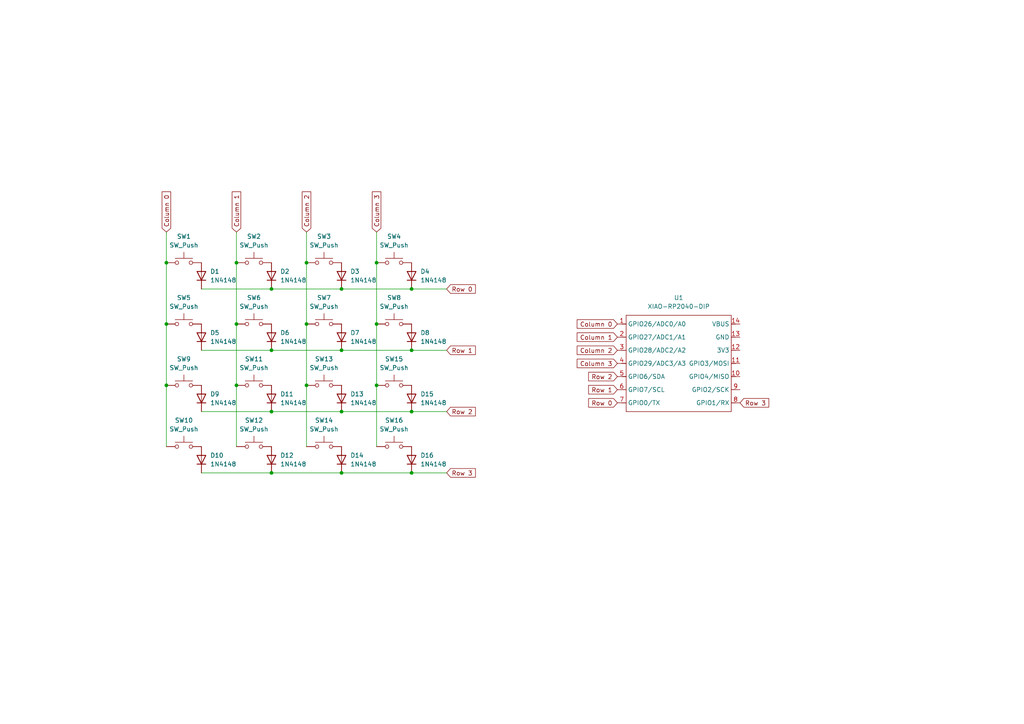
<source format=kicad_sch>
(kicad_sch
	(version 20250114)
	(generator "eeschema")
	(generator_version "9.0")
	(uuid "f708a503-fdab-4dd3-a9ba-e35752a42627")
	(paper "A4")
	(lib_symbols
		(symbol "Diode:1N4148"
			(pin_numbers
				(hide yes)
			)
			(pin_names
				(hide yes)
			)
			(exclude_from_sim no)
			(in_bom yes)
			(on_board yes)
			(property "Reference" "D"
				(at 0 2.54 0)
				(effects
					(font
						(size 1.27 1.27)
					)
				)
			)
			(property "Value" "1N4148"
				(at 0 -2.54 0)
				(effects
					(font
						(size 1.27 1.27)
					)
				)
			)
			(property "Footprint" "Diode_THT:D_DO-35_SOD27_P7.62mm_Horizontal"
				(at 0 0 0)
				(effects
					(font
						(size 1.27 1.27)
					)
					(hide yes)
				)
			)
			(property "Datasheet" "https://assets.nexperia.com/documents/data-sheet/1N4148_1N4448.pdf"
				(at 0 0 0)
				(effects
					(font
						(size 1.27 1.27)
					)
					(hide yes)
				)
			)
			(property "Description" "100V 0.15A standard switching diode, DO-35"
				(at 0 0 0)
				(effects
					(font
						(size 1.27 1.27)
					)
					(hide yes)
				)
			)
			(property "Sim.Device" "D"
				(at 0 0 0)
				(effects
					(font
						(size 1.27 1.27)
					)
					(hide yes)
				)
			)
			(property "Sim.Pins" "1=K 2=A"
				(at 0 0 0)
				(effects
					(font
						(size 1.27 1.27)
					)
					(hide yes)
				)
			)
			(property "ki_keywords" "diode"
				(at 0 0 0)
				(effects
					(font
						(size 1.27 1.27)
					)
					(hide yes)
				)
			)
			(property "ki_fp_filters" "D*DO?35*"
				(at 0 0 0)
				(effects
					(font
						(size 1.27 1.27)
					)
					(hide yes)
				)
			)
			(symbol "1N4148_0_1"
				(polyline
					(pts
						(xy -1.27 1.27) (xy -1.27 -1.27)
					)
					(stroke
						(width 0.254)
						(type default)
					)
					(fill
						(type none)
					)
				)
				(polyline
					(pts
						(xy 1.27 1.27) (xy 1.27 -1.27) (xy -1.27 0) (xy 1.27 1.27)
					)
					(stroke
						(width 0.254)
						(type default)
					)
					(fill
						(type none)
					)
				)
				(polyline
					(pts
						(xy 1.27 0) (xy -1.27 0)
					)
					(stroke
						(width 0)
						(type default)
					)
					(fill
						(type none)
					)
				)
			)
			(symbol "1N4148_1_1"
				(pin passive line
					(at -3.81 0 0)
					(length 2.54)
					(name "K"
						(effects
							(font
								(size 1.27 1.27)
							)
						)
					)
					(number "1"
						(effects
							(font
								(size 1.27 1.27)
							)
						)
					)
				)
				(pin passive line
					(at 3.81 0 180)
					(length 2.54)
					(name "A"
						(effects
							(font
								(size 1.27 1.27)
							)
						)
					)
					(number "2"
						(effects
							(font
								(size 1.27 1.27)
							)
						)
					)
				)
			)
			(embedded_fonts no)
		)
		(symbol "OPL:XIAO-RP2040-DIP"
			(exclude_from_sim no)
			(in_bom yes)
			(on_board yes)
			(property "Reference" "U"
				(at 0 0 0)
				(effects
					(font
						(size 1.27 1.27)
					)
				)
			)
			(property "Value" "XIAO-RP2040-DIP"
				(at 5.334 -1.778 0)
				(effects
					(font
						(size 1.27 1.27)
					)
				)
			)
			(property "Footprint" "Module:MOUDLE14P-XIAO-DIP-SMD"
				(at 14.478 -32.258 0)
				(effects
					(font
						(size 1.27 1.27)
					)
					(hide yes)
				)
			)
			(property "Datasheet" ""
				(at 0 0 0)
				(effects
					(font
						(size 1.27 1.27)
					)
					(hide yes)
				)
			)
			(property "Description" ""
				(at 0 0 0)
				(effects
					(font
						(size 1.27 1.27)
					)
					(hide yes)
				)
			)
			(symbol "XIAO-RP2040-DIP_1_0"
				(polyline
					(pts
						(xy -1.27 -2.54) (xy 29.21 -2.54)
					)
					(stroke
						(width 0.1524)
						(type solid)
					)
					(fill
						(type none)
					)
				)
				(polyline
					(pts
						(xy -1.27 -5.08) (xy -2.54 -5.08)
					)
					(stroke
						(width 0.1524)
						(type solid)
					)
					(fill
						(type none)
					)
				)
				(polyline
					(pts
						(xy -1.27 -5.08) (xy -1.27 -2.54)
					)
					(stroke
						(width 0.1524)
						(type solid)
					)
					(fill
						(type none)
					)
				)
				(polyline
					(pts
						(xy -1.27 -8.89) (xy -2.54 -8.89)
					)
					(stroke
						(width 0.1524)
						(type solid)
					)
					(fill
						(type none)
					)
				)
				(polyline
					(pts
						(xy -1.27 -8.89) (xy -1.27 -5.08)
					)
					(stroke
						(width 0.1524)
						(type solid)
					)
					(fill
						(type none)
					)
				)
				(polyline
					(pts
						(xy -1.27 -12.7) (xy -2.54 -12.7)
					)
					(stroke
						(width 0.1524)
						(type solid)
					)
					(fill
						(type none)
					)
				)
				(polyline
					(pts
						(xy -1.27 -12.7) (xy -1.27 -8.89)
					)
					(stroke
						(width 0.1524)
						(type solid)
					)
					(fill
						(type none)
					)
				)
				(polyline
					(pts
						(xy -1.27 -16.51) (xy -2.54 -16.51)
					)
					(stroke
						(width 0.1524)
						(type solid)
					)
					(fill
						(type none)
					)
				)
				(polyline
					(pts
						(xy -1.27 -16.51) (xy -1.27 -12.7)
					)
					(stroke
						(width 0.1524)
						(type solid)
					)
					(fill
						(type none)
					)
				)
				(polyline
					(pts
						(xy -1.27 -20.32) (xy -2.54 -20.32)
					)
					(stroke
						(width 0.1524)
						(type solid)
					)
					(fill
						(type none)
					)
				)
				(polyline
					(pts
						(xy -1.27 -24.13) (xy -2.54 -24.13)
					)
					(stroke
						(width 0.1524)
						(type solid)
					)
					(fill
						(type none)
					)
				)
				(polyline
					(pts
						(xy -1.27 -27.94) (xy -2.54 -27.94)
					)
					(stroke
						(width 0.1524)
						(type solid)
					)
					(fill
						(type none)
					)
				)
				(polyline
					(pts
						(xy -1.27 -30.48) (xy -1.27 -16.51)
					)
					(stroke
						(width 0.1524)
						(type solid)
					)
					(fill
						(type none)
					)
				)
				(polyline
					(pts
						(xy 29.21 -2.54) (xy 29.21 -5.08)
					)
					(stroke
						(width 0.1524)
						(type solid)
					)
					(fill
						(type none)
					)
				)
				(polyline
					(pts
						(xy 29.21 -5.08) (xy 29.21 -8.89)
					)
					(stroke
						(width 0.1524)
						(type solid)
					)
					(fill
						(type none)
					)
				)
				(polyline
					(pts
						(xy 29.21 -8.89) (xy 29.21 -12.7)
					)
					(stroke
						(width 0.1524)
						(type solid)
					)
					(fill
						(type none)
					)
				)
				(polyline
					(pts
						(xy 29.21 -12.7) (xy 29.21 -30.48)
					)
					(stroke
						(width 0.1524)
						(type solid)
					)
					(fill
						(type none)
					)
				)
				(polyline
					(pts
						(xy 29.21 -30.48) (xy -1.27 -30.48)
					)
					(stroke
						(width 0.1524)
						(type solid)
					)
					(fill
						(type none)
					)
				)
				(polyline
					(pts
						(xy 30.48 -5.08) (xy 29.21 -5.08)
					)
					(stroke
						(width 0.1524)
						(type solid)
					)
					(fill
						(type none)
					)
				)
				(polyline
					(pts
						(xy 30.48 -8.89) (xy 29.21 -8.89)
					)
					(stroke
						(width 0.1524)
						(type solid)
					)
					(fill
						(type none)
					)
				)
				(polyline
					(pts
						(xy 30.48 -12.7) (xy 29.21 -12.7)
					)
					(stroke
						(width 0.1524)
						(type solid)
					)
					(fill
						(type none)
					)
				)
				(polyline
					(pts
						(xy 30.48 -16.51) (xy 29.21 -16.51)
					)
					(stroke
						(width 0.1524)
						(type solid)
					)
					(fill
						(type none)
					)
				)
				(polyline
					(pts
						(xy 30.48 -20.32) (xy 29.21 -20.32)
					)
					(stroke
						(width 0.1524)
						(type solid)
					)
					(fill
						(type none)
					)
				)
				(polyline
					(pts
						(xy 30.48 -24.13) (xy 29.21 -24.13)
					)
					(stroke
						(width 0.1524)
						(type solid)
					)
					(fill
						(type none)
					)
				)
				(polyline
					(pts
						(xy 30.48 -27.94) (xy 29.21 -27.94)
					)
					(stroke
						(width 0.1524)
						(type solid)
					)
					(fill
						(type none)
					)
				)
				(pin passive line
					(at -3.81 -5.08 0)
					(length 2.54)
					(name "GPIO26/ADC0/A0"
						(effects
							(font
								(size 1.27 1.27)
							)
						)
					)
					(number "1"
						(effects
							(font
								(size 1.27 1.27)
							)
						)
					)
				)
				(pin passive line
					(at -3.81 -8.89 0)
					(length 2.54)
					(name "GPIO27/ADC1/A1"
						(effects
							(font
								(size 1.27 1.27)
							)
						)
					)
					(number "2"
						(effects
							(font
								(size 1.27 1.27)
							)
						)
					)
				)
				(pin passive line
					(at -3.81 -12.7 0)
					(length 2.54)
					(name "GPIO28/ADC2/A2"
						(effects
							(font
								(size 1.27 1.27)
							)
						)
					)
					(number "3"
						(effects
							(font
								(size 1.27 1.27)
							)
						)
					)
				)
				(pin passive line
					(at -3.81 -16.51 0)
					(length 2.54)
					(name "GPIO29/ADC3/A3"
						(effects
							(font
								(size 1.27 1.27)
							)
						)
					)
					(number "4"
						(effects
							(font
								(size 1.27 1.27)
							)
						)
					)
				)
				(pin passive line
					(at -3.81 -20.32 0)
					(length 2.54)
					(name "GPIO6/SDA"
						(effects
							(font
								(size 1.27 1.27)
							)
						)
					)
					(number "5"
						(effects
							(font
								(size 1.27 1.27)
							)
						)
					)
				)
				(pin passive line
					(at -3.81 -24.13 0)
					(length 2.54)
					(name "GPIO7/SCL"
						(effects
							(font
								(size 1.27 1.27)
							)
						)
					)
					(number "6"
						(effects
							(font
								(size 1.27 1.27)
							)
						)
					)
				)
				(pin passive line
					(at -3.81 -27.94 0)
					(length 2.54)
					(name "GPIO0/TX"
						(effects
							(font
								(size 1.27 1.27)
							)
						)
					)
					(number "7"
						(effects
							(font
								(size 1.27 1.27)
							)
						)
					)
				)
				(pin passive line
					(at 31.75 -5.08 180)
					(length 2.54)
					(name "VBUS"
						(effects
							(font
								(size 1.27 1.27)
							)
						)
					)
					(number "14"
						(effects
							(font
								(size 1.27 1.27)
							)
						)
					)
				)
				(pin passive line
					(at 31.75 -8.89 180)
					(length 2.54)
					(name "GND"
						(effects
							(font
								(size 1.27 1.27)
							)
						)
					)
					(number "13"
						(effects
							(font
								(size 1.27 1.27)
							)
						)
					)
				)
				(pin passive line
					(at 31.75 -12.7 180)
					(length 2.54)
					(name "3V3"
						(effects
							(font
								(size 1.27 1.27)
							)
						)
					)
					(number "12"
						(effects
							(font
								(size 1.27 1.27)
							)
						)
					)
				)
				(pin passive line
					(at 31.75 -16.51 180)
					(length 2.54)
					(name "GPIO3/MOSI"
						(effects
							(font
								(size 1.27 1.27)
							)
						)
					)
					(number "11"
						(effects
							(font
								(size 1.27 1.27)
							)
						)
					)
				)
				(pin passive line
					(at 31.75 -20.32 180)
					(length 2.54)
					(name "GPIO4/MISO"
						(effects
							(font
								(size 1.27 1.27)
							)
						)
					)
					(number "10"
						(effects
							(font
								(size 1.27 1.27)
							)
						)
					)
				)
				(pin passive line
					(at 31.75 -24.13 180)
					(length 2.54)
					(name "GPIO2/SCK"
						(effects
							(font
								(size 1.27 1.27)
							)
						)
					)
					(number "9"
						(effects
							(font
								(size 1.27 1.27)
							)
						)
					)
				)
				(pin passive line
					(at 31.75 -27.94 180)
					(length 2.54)
					(name "GPIO1/RX"
						(effects
							(font
								(size 1.27 1.27)
							)
						)
					)
					(number "8"
						(effects
							(font
								(size 1.27 1.27)
							)
						)
					)
				)
			)
			(embedded_fonts no)
		)
		(symbol "Switch:SW_Push"
			(pin_numbers
				(hide yes)
			)
			(pin_names
				(offset 1.016)
				(hide yes)
			)
			(exclude_from_sim no)
			(in_bom yes)
			(on_board yes)
			(property "Reference" "SW"
				(at 1.27 2.54 0)
				(effects
					(font
						(size 1.27 1.27)
					)
					(justify left)
				)
			)
			(property "Value" "SW_Push"
				(at 0 -1.524 0)
				(effects
					(font
						(size 1.27 1.27)
					)
				)
			)
			(property "Footprint" ""
				(at 0 5.08 0)
				(effects
					(font
						(size 1.27 1.27)
					)
					(hide yes)
				)
			)
			(property "Datasheet" "~"
				(at 0 5.08 0)
				(effects
					(font
						(size 1.27 1.27)
					)
					(hide yes)
				)
			)
			(property "Description" "Push button switch, generic, two pins"
				(at 0 0 0)
				(effects
					(font
						(size 1.27 1.27)
					)
					(hide yes)
				)
			)
			(property "ki_keywords" "switch normally-open pushbutton push-button"
				(at 0 0 0)
				(effects
					(font
						(size 1.27 1.27)
					)
					(hide yes)
				)
			)
			(symbol "SW_Push_0_1"
				(circle
					(center -2.032 0)
					(radius 0.508)
					(stroke
						(width 0)
						(type default)
					)
					(fill
						(type none)
					)
				)
				(polyline
					(pts
						(xy 0 1.27) (xy 0 3.048)
					)
					(stroke
						(width 0)
						(type default)
					)
					(fill
						(type none)
					)
				)
				(circle
					(center 2.032 0)
					(radius 0.508)
					(stroke
						(width 0)
						(type default)
					)
					(fill
						(type none)
					)
				)
				(polyline
					(pts
						(xy 2.54 1.27) (xy -2.54 1.27)
					)
					(stroke
						(width 0)
						(type default)
					)
					(fill
						(type none)
					)
				)
				(pin passive line
					(at -5.08 0 0)
					(length 2.54)
					(name "1"
						(effects
							(font
								(size 1.27 1.27)
							)
						)
					)
					(number "1"
						(effects
							(font
								(size 1.27 1.27)
							)
						)
					)
				)
				(pin passive line
					(at 5.08 0 180)
					(length 2.54)
					(name "2"
						(effects
							(font
								(size 1.27 1.27)
							)
						)
					)
					(number "2"
						(effects
							(font
								(size 1.27 1.27)
							)
						)
					)
				)
			)
			(embedded_fonts no)
		)
	)
	(junction
		(at 99.06 83.82)
		(diameter 0)
		(color 0 0 0 0)
		(uuid "00e4338f-d0c5-479d-84cf-416cac81ce2d")
	)
	(junction
		(at 119.38 83.82)
		(diameter 0)
		(color 0 0 0 0)
		(uuid "111ca942-d275-4229-9d2e-4694f4f9131f")
	)
	(junction
		(at 68.58 93.98)
		(diameter 0)
		(color 0 0 0 0)
		(uuid "1f5a5fc2-c33e-41c1-b101-059b418724ae")
	)
	(junction
		(at 88.9 111.76)
		(diameter 0)
		(color 0 0 0 0)
		(uuid "259a4bc9-3082-46ef-b207-fc7bf31fd608")
	)
	(junction
		(at 119.38 137.16)
		(diameter 0)
		(color 0 0 0 0)
		(uuid "26eb8702-5272-4338-96aa-7edb07c5fc7f")
	)
	(junction
		(at 68.58 76.2)
		(diameter 0)
		(color 0 0 0 0)
		(uuid "32689f05-af0d-4d64-a885-4a95a7fdf062")
	)
	(junction
		(at 119.38 119.38)
		(diameter 0)
		(color 0 0 0 0)
		(uuid "37f83efb-214e-4c79-95c7-b300df9666c2")
	)
	(junction
		(at 99.06 119.38)
		(diameter 0)
		(color 0 0 0 0)
		(uuid "60dc6ba4-ed5a-467b-a057-8ca034d3a110")
	)
	(junction
		(at 99.06 101.6)
		(diameter 0)
		(color 0 0 0 0)
		(uuid "63ff2e41-a18b-46f9-8ceb-e7428d868d95")
	)
	(junction
		(at 48.26 76.2)
		(diameter 0)
		(color 0 0 0 0)
		(uuid "645847f6-3948-40d0-af83-463e7359f573")
	)
	(junction
		(at 48.26 111.76)
		(diameter 0)
		(color 0 0 0 0)
		(uuid "69ca57f5-779b-45f3-a22e-61a920622268")
	)
	(junction
		(at 109.22 111.76)
		(diameter 0)
		(color 0 0 0 0)
		(uuid "85a6659e-2df2-40d4-a84d-0546b201e9a3")
	)
	(junction
		(at 78.74 101.6)
		(diameter 0)
		(color 0 0 0 0)
		(uuid "a168ec13-3945-4918-9962-3b5326a6a3d9")
	)
	(junction
		(at 88.9 93.98)
		(diameter 0)
		(color 0 0 0 0)
		(uuid "b1114fc5-8541-4ec4-bf67-5eff76e83da1")
	)
	(junction
		(at 119.38 101.6)
		(diameter 0)
		(color 0 0 0 0)
		(uuid "b24bca29-fb39-4b7e-b819-cab7b2b7da4f")
	)
	(junction
		(at 109.22 76.2)
		(diameter 0)
		(color 0 0 0 0)
		(uuid "b6f4e391-3b48-4927-83e5-1f331f7ea259")
	)
	(junction
		(at 78.74 137.16)
		(diameter 0)
		(color 0 0 0 0)
		(uuid "bf88ef9f-34d2-44dc-a52a-659fdd4ffe80")
	)
	(junction
		(at 109.22 93.98)
		(diameter 0)
		(color 0 0 0 0)
		(uuid "c6619829-8cce-40df-a210-0a30d968f3d7")
	)
	(junction
		(at 68.58 111.76)
		(diameter 0)
		(color 0 0 0 0)
		(uuid "c8a93f4d-11d9-4fa1-90db-ebc5799bb807")
	)
	(junction
		(at 88.9 76.2)
		(diameter 0)
		(color 0 0 0 0)
		(uuid "d4f766fa-2190-4c15-b63b-109d303a17a0")
	)
	(junction
		(at 78.74 83.82)
		(diameter 0)
		(color 0 0 0 0)
		(uuid "d5b0a8ac-32f1-4029-b263-989bfeac8a41")
	)
	(junction
		(at 48.26 93.98)
		(diameter 0)
		(color 0 0 0 0)
		(uuid "d75cd9a2-f9b5-4eb1-9613-e4cb6b93ed11")
	)
	(junction
		(at 99.06 137.16)
		(diameter 0)
		(color 0 0 0 0)
		(uuid "d8564387-4d66-4e25-99ab-616362057876")
	)
	(junction
		(at 78.74 119.38)
		(diameter 0)
		(color 0 0 0 0)
		(uuid "f5e0917a-db16-495c-9d9a-3c4d1b065416")
	)
	(wire
		(pts
			(xy 58.42 83.82) (xy 78.74 83.82)
		)
		(stroke
			(width 0)
			(type default)
		)
		(uuid "00c4446c-e020-49c4-8f48-b23eb94d8bd7")
	)
	(wire
		(pts
			(xy 68.58 93.98) (xy 68.58 111.76)
		)
		(stroke
			(width 0)
			(type default)
		)
		(uuid "0a3d04b8-cb54-44bf-b802-aca2aa1b0e83")
	)
	(wire
		(pts
			(xy 48.26 67.31) (xy 48.26 76.2)
		)
		(stroke
			(width 0)
			(type default)
		)
		(uuid "1cb2f159-8510-48fe-bca4-97350aaaa450")
	)
	(wire
		(pts
			(xy 99.06 101.6) (xy 119.38 101.6)
		)
		(stroke
			(width 0)
			(type default)
		)
		(uuid "1e71e9c3-d511-4db3-b235-f9fe2da216e0")
	)
	(wire
		(pts
			(xy 78.74 119.38) (xy 99.06 119.38)
		)
		(stroke
			(width 0)
			(type default)
		)
		(uuid "2f9b7ea4-7138-4779-a161-a8ca2e237b7f")
	)
	(wire
		(pts
			(xy 88.9 93.98) (xy 88.9 111.76)
		)
		(stroke
			(width 0)
			(type default)
		)
		(uuid "35dff71a-f26d-468f-88e6-abe7d81f8fdf")
	)
	(wire
		(pts
			(xy 88.9 76.2) (xy 88.9 93.98)
		)
		(stroke
			(width 0)
			(type default)
		)
		(uuid "3cb1496a-2bfe-4162-a3ed-cdfd743b4ad8")
	)
	(wire
		(pts
			(xy 48.26 111.76) (xy 48.26 129.54)
		)
		(stroke
			(width 0)
			(type default)
		)
		(uuid "5164cec2-0119-4322-b253-c4edd6c57eb7")
	)
	(wire
		(pts
			(xy 88.9 67.31) (xy 88.9 76.2)
		)
		(stroke
			(width 0)
			(type default)
		)
		(uuid "57fd483d-8113-4c2a-a519-e7c782bd1233")
	)
	(wire
		(pts
			(xy 58.42 137.16) (xy 78.74 137.16)
		)
		(stroke
			(width 0)
			(type default)
		)
		(uuid "5dfedcb6-5ec4-42c7-8705-6657f941fd98")
	)
	(wire
		(pts
			(xy 109.22 93.98) (xy 109.22 111.76)
		)
		(stroke
			(width 0)
			(type default)
		)
		(uuid "602590eb-78b5-473c-8db5-a3151d8f802d")
	)
	(wire
		(pts
			(xy 48.26 93.98) (xy 48.26 111.76)
		)
		(stroke
			(width 0)
			(type default)
		)
		(uuid "66cf1eb6-65f4-4b1d-a5ff-ab59b1af94a8")
	)
	(wire
		(pts
			(xy 119.38 83.82) (xy 129.54 83.82)
		)
		(stroke
			(width 0)
			(type default)
		)
		(uuid "7fdc5a18-ef96-46a7-b043-ca34761271fb")
	)
	(wire
		(pts
			(xy 78.74 137.16) (xy 99.06 137.16)
		)
		(stroke
			(width 0)
			(type default)
		)
		(uuid "92b5f617-8ede-4e19-8938-9271644c1d89")
	)
	(wire
		(pts
			(xy 109.22 76.2) (xy 109.22 93.98)
		)
		(stroke
			(width 0)
			(type default)
		)
		(uuid "9ad74a5a-f3ec-4619-bb3a-c62cabbd8b43")
	)
	(wire
		(pts
			(xy 78.74 83.82) (xy 99.06 83.82)
		)
		(stroke
			(width 0)
			(type default)
		)
		(uuid "9ce694ca-8dae-4273-930b-45bb2f6657f5")
	)
	(wire
		(pts
			(xy 88.9 111.76) (xy 88.9 129.54)
		)
		(stroke
			(width 0)
			(type default)
		)
		(uuid "a9f94f5b-9e20-4a0a-afff-1f2410bfb816")
	)
	(wire
		(pts
			(xy 48.26 76.2) (xy 48.26 93.98)
		)
		(stroke
			(width 0)
			(type default)
		)
		(uuid "ac8ad06e-5214-48c8-a017-7eaa9572ed6d")
	)
	(wire
		(pts
			(xy 68.58 111.76) (xy 68.58 129.54)
		)
		(stroke
			(width 0)
			(type default)
		)
		(uuid "b10e7b9c-7f23-4e9f-8601-c4dee3e646d7")
	)
	(wire
		(pts
			(xy 129.54 101.6) (xy 119.38 101.6)
		)
		(stroke
			(width 0)
			(type default)
		)
		(uuid "be661b00-0115-4700-8d31-73ed17db7511")
	)
	(wire
		(pts
			(xy 99.06 83.82) (xy 119.38 83.82)
		)
		(stroke
			(width 0)
			(type default)
		)
		(uuid "bf666429-fd36-464c-8ab5-164c68385506")
	)
	(wire
		(pts
			(xy 99.06 119.38) (xy 119.38 119.38)
		)
		(stroke
			(width 0)
			(type default)
		)
		(uuid "c248b959-b7ac-420a-8d28-f57bf067e172")
	)
	(wire
		(pts
			(xy 58.42 101.6) (xy 78.74 101.6)
		)
		(stroke
			(width 0)
			(type default)
		)
		(uuid "c50e4d5d-9f04-4d18-b631-521c6b164ae4")
	)
	(wire
		(pts
			(xy 109.22 67.31) (xy 109.22 76.2)
		)
		(stroke
			(width 0)
			(type default)
		)
		(uuid "c82517cb-a429-4917-8d4a-ad2e0b695396")
	)
	(wire
		(pts
			(xy 78.74 101.6) (xy 99.06 101.6)
		)
		(stroke
			(width 0)
			(type default)
		)
		(uuid "c927b046-60e4-48b0-a4d1-45392706ebb8")
	)
	(wire
		(pts
			(xy 129.54 137.16) (xy 119.38 137.16)
		)
		(stroke
			(width 0)
			(type default)
		)
		(uuid "cf4fba69-aeca-47e1-a2de-41bb5411b795")
	)
	(wire
		(pts
			(xy 129.54 119.38) (xy 119.38 119.38)
		)
		(stroke
			(width 0)
			(type default)
		)
		(uuid "d6fdc0d9-9f6d-4062-a0bf-c9d2ceb37315")
	)
	(wire
		(pts
			(xy 68.58 76.2) (xy 68.58 93.98)
		)
		(stroke
			(width 0)
			(type default)
		)
		(uuid "dbfa13dc-2924-4973-8c8c-f8ac1866c7a7")
	)
	(wire
		(pts
			(xy 68.58 67.31) (xy 68.58 76.2)
		)
		(stroke
			(width 0)
			(type default)
		)
		(uuid "ddc5b91b-f19a-4f20-aa22-5840133e6466")
	)
	(wire
		(pts
			(xy 99.06 137.16) (xy 119.38 137.16)
		)
		(stroke
			(width 0)
			(type default)
		)
		(uuid "e610bae3-5f82-4053-9549-b8a201bf1ec3")
	)
	(wire
		(pts
			(xy 109.22 111.76) (xy 109.22 129.54)
		)
		(stroke
			(width 0)
			(type default)
		)
		(uuid "e9c46e81-6361-447b-a03d-1f52a1dad995")
	)
	(wire
		(pts
			(xy 58.42 119.38) (xy 78.74 119.38)
		)
		(stroke
			(width 0)
			(type default)
		)
		(uuid "f5e3a04e-10e2-4536-a3b9-4b153021c9a0")
	)
	(global_label "Column 0"
		(shape input)
		(at 179.07 93.98 180)
		(fields_autoplaced yes)
		(effects
			(font
				(size 1.27 1.27)
			)
			(justify right)
		)
		(uuid "1d04e72c-cd11-4e30-8cd7-703f2d9dd9f9")
		(property "Intersheetrefs" "${INTERSHEET_REFS}"
			(at 166.8322 93.98 0)
			(effects
				(font
					(size 1.27 1.27)
				)
				(justify right)
				(hide yes)
			)
		)
	)
	(global_label "Row 1"
		(shape input)
		(at 179.07 113.03 180)
		(fields_autoplaced yes)
		(effects
			(font
				(size 1.27 1.27)
			)
			(justify right)
		)
		(uuid "2573746d-9df2-44ce-9f89-da9a91b912c5")
		(property "Intersheetrefs" "${INTERSHEET_REFS}"
			(at 170.1582 113.03 0)
			(effects
				(font
					(size 1.27 1.27)
				)
				(justify right)
				(hide yes)
			)
		)
	)
	(global_label "Row 1"
		(shape input)
		(at 129.54 101.6 0)
		(fields_autoplaced yes)
		(effects
			(font
				(size 1.27 1.27)
			)
			(justify left)
		)
		(uuid "36b159b3-c906-4d93-93e3-96c18045f1ab")
		(property "Intersheetrefs" "${INTERSHEET_REFS}"
			(at 138.4518 101.6 0)
			(effects
				(font
					(size 1.27 1.27)
				)
				(justify left)
				(hide yes)
			)
		)
	)
	(global_label "Row 0"
		(shape input)
		(at 179.07 116.84 180)
		(fields_autoplaced yes)
		(effects
			(font
				(size 1.27 1.27)
			)
			(justify right)
		)
		(uuid "419f82b8-030b-4892-88e3-7a7c5bf97a8e")
		(property "Intersheetrefs" "${INTERSHEET_REFS}"
			(at 170.1582 116.84 0)
			(effects
				(font
					(size 1.27 1.27)
				)
				(justify right)
				(hide yes)
			)
		)
	)
	(global_label "Column 3"
		(shape input)
		(at 109.22 67.31 90)
		(fields_autoplaced yes)
		(effects
			(font
				(size 1.27 1.27)
			)
			(justify left)
		)
		(uuid "6fbd272d-c8e9-4a1b-ad3c-fc51ef494ca4")
		(property "Intersheetrefs" "${INTERSHEET_REFS}"
			(at 109.22 55.0722 90)
			(effects
				(font
					(size 1.27 1.27)
				)
				(justify left)
				(hide yes)
			)
		)
	)
	(global_label "Column 2"
		(shape input)
		(at 88.9 67.31 90)
		(fields_autoplaced yes)
		(effects
			(font
				(size 1.27 1.27)
			)
			(justify left)
		)
		(uuid "71476799-88b3-4523-87f4-7b7de91d8509")
		(property "Intersheetrefs" "${INTERSHEET_REFS}"
			(at 88.9 55.0722 90)
			(effects
				(font
					(size 1.27 1.27)
				)
				(justify left)
				(hide yes)
			)
		)
	)
	(global_label "Row 0"
		(shape input)
		(at 129.54 83.82 0)
		(fields_autoplaced yes)
		(effects
			(font
				(size 1.27 1.27)
			)
			(justify left)
		)
		(uuid "9b2cbcf0-1925-4116-bab8-d50f7b66fc57")
		(property "Intersheetrefs" "${INTERSHEET_REFS}"
			(at 138.4518 83.82 0)
			(effects
				(font
					(size 1.27 1.27)
				)
				(justify left)
				(hide yes)
			)
		)
	)
	(global_label "Column 1"
		(shape input)
		(at 68.58 67.31 90)
		(fields_autoplaced yes)
		(effects
			(font
				(size 1.27 1.27)
			)
			(justify left)
		)
		(uuid "ae187fe4-c3ca-4934-8329-018b0c9d04cc")
		(property "Intersheetrefs" "${INTERSHEET_REFS}"
			(at 68.58 55.0722 90)
			(effects
				(font
					(size 1.27 1.27)
				)
				(justify left)
				(hide yes)
			)
		)
	)
	(global_label "Row 2"
		(shape input)
		(at 179.07 109.22 180)
		(fields_autoplaced yes)
		(effects
			(font
				(size 1.27 1.27)
			)
			(justify right)
		)
		(uuid "b1500e2a-ddb0-4e72-9b0b-1e2f4ab48056")
		(property "Intersheetrefs" "${INTERSHEET_REFS}"
			(at 170.1582 109.22 0)
			(effects
				(font
					(size 1.27 1.27)
				)
				(justify right)
				(hide yes)
			)
		)
	)
	(global_label "Column 1"
		(shape input)
		(at 179.07 97.79 180)
		(fields_autoplaced yes)
		(effects
			(font
				(size 1.27 1.27)
			)
			(justify right)
		)
		(uuid "b2deb3f5-984c-4810-b958-3c32792a5c38")
		(property "Intersheetrefs" "${INTERSHEET_REFS}"
			(at 166.8322 97.79 0)
			(effects
				(font
					(size 1.27 1.27)
				)
				(justify right)
				(hide yes)
			)
		)
	)
	(global_label "Column 2"
		(shape input)
		(at 179.07 101.6 180)
		(fields_autoplaced yes)
		(effects
			(font
				(size 1.27 1.27)
			)
			(justify right)
		)
		(uuid "b96472e1-8ac9-4478-9a51-ada91ad409d8")
		(property "Intersheetrefs" "${INTERSHEET_REFS}"
			(at 166.8322 101.6 0)
			(effects
				(font
					(size 1.27 1.27)
				)
				(justify right)
				(hide yes)
			)
		)
	)
	(global_label "Row 3"
		(shape input)
		(at 129.54 137.16 0)
		(fields_autoplaced yes)
		(effects
			(font
				(size 1.27 1.27)
			)
			(justify left)
		)
		(uuid "bc619fd4-d235-4222-8dd6-cb5a63859c50")
		(property "Intersheetrefs" "${INTERSHEET_REFS}"
			(at 138.4518 137.16 0)
			(effects
				(font
					(size 1.27 1.27)
				)
				(justify left)
				(hide yes)
			)
		)
	)
	(global_label "Column 0"
		(shape input)
		(at 48.26 67.31 90)
		(fields_autoplaced yes)
		(effects
			(font
				(size 1.27 1.27)
			)
			(justify left)
		)
		(uuid "d4089bc4-73ed-4ff4-b076-8c4444ccbcbf")
		(property "Intersheetrefs" "${INTERSHEET_REFS}"
			(at 48.26 55.0722 90)
			(effects
				(font
					(size 1.27 1.27)
				)
				(justify left)
				(hide yes)
			)
		)
	)
	(global_label "Column 3"
		(shape input)
		(at 179.07 105.41 180)
		(fields_autoplaced yes)
		(effects
			(font
				(size 1.27 1.27)
			)
			(justify right)
		)
		(uuid "d7eb0f6f-f9ca-4345-b29e-56931a66a511")
		(property "Intersheetrefs" "${INTERSHEET_REFS}"
			(at 166.8322 105.41 0)
			(effects
				(font
					(size 1.27 1.27)
				)
				(justify right)
				(hide yes)
			)
		)
	)
	(global_label "Row 3"
		(shape input)
		(at 214.63 116.84 0)
		(fields_autoplaced yes)
		(effects
			(font
				(size 1.27 1.27)
			)
			(justify left)
		)
		(uuid "d9f3ba07-7c62-421b-951b-c83032b58cd1")
		(property "Intersheetrefs" "${INTERSHEET_REFS}"
			(at 223.5418 116.84 0)
			(effects
				(font
					(size 1.27 1.27)
				)
				(justify left)
				(hide yes)
			)
		)
	)
	(global_label "Row 2"
		(shape input)
		(at 129.54 119.38 0)
		(fields_autoplaced yes)
		(effects
			(font
				(size 1.27 1.27)
			)
			(justify left)
		)
		(uuid "e56a4bab-51d2-4efb-ad26-9f986ee7b8b7")
		(property "Intersheetrefs" "${INTERSHEET_REFS}"
			(at 138.4518 119.38 0)
			(effects
				(font
					(size 1.27 1.27)
				)
				(justify left)
				(hide yes)
			)
		)
	)
	(symbol
		(lib_id "Diode:1N4148")
		(at 119.38 115.57 90)
		(unit 1)
		(exclude_from_sim no)
		(in_bom yes)
		(on_board yes)
		(dnp no)
		(fields_autoplaced yes)
		(uuid "02ace15f-794f-4195-947a-d06976f89116")
		(property "Reference" "D15"
			(at 121.92 114.2999 90)
			(effects
				(font
					(size 1.27 1.27)
				)
				(justify right)
			)
		)
		(property "Value" "1N4148"
			(at 121.92 116.8399 90)
			(effects
				(font
					(size 1.27 1.27)
				)
				(justify right)
			)
		)
		(property "Footprint" "Diode_THT:D_DO-35_SOD27_P7.62mm_Horizontal"
			(at 119.38 115.57 0)
			(effects
				(font
					(size 1.27 1.27)
				)
				(hide yes)
			)
		)
		(property "Datasheet" "https://assets.nexperia.com/documents/data-sheet/1N4148_1N4448.pdf"
			(at 119.38 115.57 0)
			(effects
				(font
					(size 1.27 1.27)
				)
				(hide yes)
			)
		)
		(property "Description" "100V 0.15A standard switching diode, DO-35"
			(at 119.38 115.57 0)
			(effects
				(font
					(size 1.27 1.27)
				)
				(hide yes)
			)
		)
		(property "Sim.Device" "D"
			(at 119.38 115.57 0)
			(effects
				(font
					(size 1.27 1.27)
				)
				(hide yes)
			)
		)
		(property "Sim.Pins" "1=K 2=A"
			(at 119.38 115.57 0)
			(effects
				(font
					(size 1.27 1.27)
				)
				(hide yes)
			)
		)
		(pin "2"
			(uuid "f4b85899-0cb6-4f08-8c8c-8538a738b616")
		)
		(pin "1"
			(uuid "ed953994-f36a-4be0-a314-87e0ce911495")
		)
		(instances
			(project "macro pad pcb"
				(path "/f708a503-fdab-4dd3-a9ba-e35752a42627"
					(reference "D15")
					(unit 1)
				)
			)
		)
	)
	(symbol
		(lib_id "Diode:1N4148")
		(at 78.74 115.57 90)
		(unit 1)
		(exclude_from_sim no)
		(in_bom yes)
		(on_board yes)
		(dnp no)
		(fields_autoplaced yes)
		(uuid "0f70a797-7ffe-4bdc-a1eb-dc80e7925bc7")
		(property "Reference" "D11"
			(at 81.28 114.2999 90)
			(effects
				(font
					(size 1.27 1.27)
				)
				(justify right)
			)
		)
		(property "Value" "1N4148"
			(at 81.28 116.8399 90)
			(effects
				(font
					(size 1.27 1.27)
				)
				(justify right)
			)
		)
		(property "Footprint" "Diode_THT:D_DO-35_SOD27_P7.62mm_Horizontal"
			(at 78.74 115.57 0)
			(effects
				(font
					(size 1.27 1.27)
				)
				(hide yes)
			)
		)
		(property "Datasheet" "https://assets.nexperia.com/documents/data-sheet/1N4148_1N4448.pdf"
			(at 78.74 115.57 0)
			(effects
				(font
					(size 1.27 1.27)
				)
				(hide yes)
			)
		)
		(property "Description" "100V 0.15A standard switching diode, DO-35"
			(at 78.74 115.57 0)
			(effects
				(font
					(size 1.27 1.27)
				)
				(hide yes)
			)
		)
		(property "Sim.Device" "D"
			(at 78.74 115.57 0)
			(effects
				(font
					(size 1.27 1.27)
				)
				(hide yes)
			)
		)
		(property "Sim.Pins" "1=K 2=A"
			(at 78.74 115.57 0)
			(effects
				(font
					(size 1.27 1.27)
				)
				(hide yes)
			)
		)
		(pin "2"
			(uuid "2c1095f9-8595-4dd9-8794-a4e8947dc0b0")
		)
		(pin "1"
			(uuid "45ec6ade-26d4-416a-997c-baf6e8224be4")
		)
		(instances
			(project "macro pad pcb"
				(path "/f708a503-fdab-4dd3-a9ba-e35752a42627"
					(reference "D11")
					(unit 1)
				)
			)
		)
	)
	(symbol
		(lib_id "Diode:1N4148")
		(at 78.74 80.01 90)
		(unit 1)
		(exclude_from_sim no)
		(in_bom yes)
		(on_board yes)
		(dnp no)
		(fields_autoplaced yes)
		(uuid "1152ca22-51f1-48b6-8578-a4a765c8414d")
		(property "Reference" "D2"
			(at 81.28 78.7399 90)
			(effects
				(font
					(size 1.27 1.27)
				)
				(justify right)
			)
		)
		(property "Value" "1N4148"
			(at 81.28 81.2799 90)
			(effects
				(font
					(size 1.27 1.27)
				)
				(justify right)
			)
		)
		(property "Footprint" "Diode_THT:D_DO-35_SOD27_P7.62mm_Horizontal"
			(at 78.74 80.01 0)
			(effects
				(font
					(size 1.27 1.27)
				)
				(hide yes)
			)
		)
		(property "Datasheet" "https://assets.nexperia.com/documents/data-sheet/1N4148_1N4448.pdf"
			(at 78.74 80.01 0)
			(effects
				(font
					(size 1.27 1.27)
				)
				(hide yes)
			)
		)
		(property "Description" "100V 0.15A standard switching diode, DO-35"
			(at 78.74 80.01 0)
			(effects
				(font
					(size 1.27 1.27)
				)
				(hide yes)
			)
		)
		(property "Sim.Device" "D"
			(at 78.74 80.01 0)
			(effects
				(font
					(size 1.27 1.27)
				)
				(hide yes)
			)
		)
		(property "Sim.Pins" "1=K 2=A"
			(at 78.74 80.01 0)
			(effects
				(font
					(size 1.27 1.27)
				)
				(hide yes)
			)
		)
		(pin "2"
			(uuid "c334e80e-e025-431b-be57-9259ae59a6a4")
		)
		(pin "1"
			(uuid "1e598d2c-97ad-4cb0-9bb1-94ba2924b991")
		)
		(instances
			(project "macro pad pcb"
				(path "/f708a503-fdab-4dd3-a9ba-e35752a42627"
					(reference "D2")
					(unit 1)
				)
			)
		)
	)
	(symbol
		(lib_id "Switch:SW_Push")
		(at 53.34 129.54 0)
		(unit 1)
		(exclude_from_sim no)
		(in_bom yes)
		(on_board yes)
		(dnp no)
		(fields_autoplaced yes)
		(uuid "15ff28ec-d4dc-42a2-9890-febe3b33f112")
		(property "Reference" "SW10"
			(at 53.34 121.92 0)
			(effects
				(font
					(size 1.27 1.27)
				)
			)
		)
		(property "Value" "SW_Push"
			(at 53.34 124.46 0)
			(effects
				(font
					(size 1.27 1.27)
				)
			)
		)
		(property "Footprint" "Button_Switch_Keyboard:SW_Cherry_MX_1.00u_PCB"
			(at 53.34 124.46 0)
			(effects
				(font
					(size 1.27 1.27)
				)
				(hide yes)
			)
		)
		(property "Datasheet" "~"
			(at 53.34 124.46 0)
			(effects
				(font
					(size 1.27 1.27)
				)
				(hide yes)
			)
		)
		(property "Description" "Push button switch, generic, two pins"
			(at 53.34 129.54 0)
			(effects
				(font
					(size 1.27 1.27)
				)
				(hide yes)
			)
		)
		(pin "1"
			(uuid "2b9df0be-955e-41f4-8fc0-866b5c5aff2d")
		)
		(pin "2"
			(uuid "ee81057d-c595-4fae-971b-11cbd7f0dabc")
		)
		(instances
			(project "macro pad pcb"
				(path "/f708a503-fdab-4dd3-a9ba-e35752a42627"
					(reference "SW10")
					(unit 1)
				)
			)
		)
	)
	(symbol
		(lib_id "Switch:SW_Push")
		(at 93.98 129.54 0)
		(unit 1)
		(exclude_from_sim no)
		(in_bom yes)
		(on_board yes)
		(dnp no)
		(fields_autoplaced yes)
		(uuid "1a5ebab5-9b03-433c-a9cf-8ccba9f32505")
		(property "Reference" "SW14"
			(at 93.98 121.92 0)
			(effects
				(font
					(size 1.27 1.27)
				)
			)
		)
		(property "Value" "SW_Push"
			(at 93.98 124.46 0)
			(effects
				(font
					(size 1.27 1.27)
				)
			)
		)
		(property "Footprint" "Button_Switch_Keyboard:SW_Cherry_MX_1.00u_PCB"
			(at 93.98 124.46 0)
			(effects
				(font
					(size 1.27 1.27)
				)
				(hide yes)
			)
		)
		(property "Datasheet" "~"
			(at 93.98 124.46 0)
			(effects
				(font
					(size 1.27 1.27)
				)
				(hide yes)
			)
		)
		(property "Description" "Push button switch, generic, two pins"
			(at 93.98 129.54 0)
			(effects
				(font
					(size 1.27 1.27)
				)
				(hide yes)
			)
		)
		(pin "1"
			(uuid "ebb6af09-288d-4ce6-9556-0fa274c394aa")
		)
		(pin "2"
			(uuid "1adf3e8f-c14e-48a5-90b9-38facaaa2649")
		)
		(instances
			(project "macro pad pcb"
				(path "/f708a503-fdab-4dd3-a9ba-e35752a42627"
					(reference "SW14")
					(unit 1)
				)
			)
		)
	)
	(symbol
		(lib_id "Switch:SW_Push")
		(at 114.3 76.2 0)
		(unit 1)
		(exclude_from_sim no)
		(in_bom yes)
		(on_board yes)
		(dnp no)
		(fields_autoplaced yes)
		(uuid "1f214068-8629-4f15-be60-061142c38fe7")
		(property "Reference" "SW4"
			(at 114.3 68.58 0)
			(effects
				(font
					(size 1.27 1.27)
				)
			)
		)
		(property "Value" "SW_Push"
			(at 114.3 71.12 0)
			(effects
				(font
					(size 1.27 1.27)
				)
			)
		)
		(property "Footprint" "Button_Switch_Keyboard:SW_Cherry_MX_1.00u_PCB"
			(at 114.3 71.12 0)
			(effects
				(font
					(size 1.27 1.27)
				)
				(hide yes)
			)
		)
		(property "Datasheet" "~"
			(at 114.3 71.12 0)
			(effects
				(font
					(size 1.27 1.27)
				)
				(hide yes)
			)
		)
		(property "Description" "Push button switch, generic, two pins"
			(at 114.3 76.2 0)
			(effects
				(font
					(size 1.27 1.27)
				)
				(hide yes)
			)
		)
		(pin "1"
			(uuid "dc7e241f-f029-4250-9f2d-22308ce896fd")
		)
		(pin "2"
			(uuid "e0e5a0e9-e426-4773-b223-66f8c960f9bc")
		)
		(instances
			(project "macro pad pcb"
				(path "/f708a503-fdab-4dd3-a9ba-e35752a42627"
					(reference "SW4")
					(unit 1)
				)
			)
		)
	)
	(symbol
		(lib_id "Switch:SW_Push")
		(at 73.66 93.98 0)
		(unit 1)
		(exclude_from_sim no)
		(in_bom yes)
		(on_board yes)
		(dnp no)
		(fields_autoplaced yes)
		(uuid "2109e9c0-a86c-4cc9-8b55-d3c5cd2f59e8")
		(property "Reference" "SW6"
			(at 73.66 86.36 0)
			(effects
				(font
					(size 1.27 1.27)
				)
			)
		)
		(property "Value" "SW_Push"
			(at 73.66 88.9 0)
			(effects
				(font
					(size 1.27 1.27)
				)
			)
		)
		(property "Footprint" "Button_Switch_Keyboard:SW_Cherry_MX_1.00u_PCB"
			(at 73.66 88.9 0)
			(effects
				(font
					(size 1.27 1.27)
				)
				(hide yes)
			)
		)
		(property "Datasheet" "~"
			(at 73.66 88.9 0)
			(effects
				(font
					(size 1.27 1.27)
				)
				(hide yes)
			)
		)
		(property "Description" "Push button switch, generic, two pins"
			(at 73.66 93.98 0)
			(effects
				(font
					(size 1.27 1.27)
				)
				(hide yes)
			)
		)
		(pin "1"
			(uuid "6a10b948-44e1-433c-acc1-9683b8cff4d3")
		)
		(pin "2"
			(uuid "36b6c8b0-dc6f-4b49-83b3-536cb9127492")
		)
		(instances
			(project "macro pad pcb"
				(path "/f708a503-fdab-4dd3-a9ba-e35752a42627"
					(reference "SW6")
					(unit 1)
				)
			)
		)
	)
	(symbol
		(lib_id "Switch:SW_Push")
		(at 73.66 129.54 0)
		(unit 1)
		(exclude_from_sim no)
		(in_bom yes)
		(on_board yes)
		(dnp no)
		(fields_autoplaced yes)
		(uuid "35c59b31-e3e7-4821-aba8-0b549e3d1c92")
		(property "Reference" "SW12"
			(at 73.66 121.92 0)
			(effects
				(font
					(size 1.27 1.27)
				)
			)
		)
		(property "Value" "SW_Push"
			(at 73.66 124.46 0)
			(effects
				(font
					(size 1.27 1.27)
				)
			)
		)
		(property "Footprint" "Button_Switch_Keyboard:SW_Cherry_MX_1.00u_PCB"
			(at 73.66 124.46 0)
			(effects
				(font
					(size 1.27 1.27)
				)
				(hide yes)
			)
		)
		(property "Datasheet" "~"
			(at 73.66 124.46 0)
			(effects
				(font
					(size 1.27 1.27)
				)
				(hide yes)
			)
		)
		(property "Description" "Push button switch, generic, two pins"
			(at 73.66 129.54 0)
			(effects
				(font
					(size 1.27 1.27)
				)
				(hide yes)
			)
		)
		(pin "1"
			(uuid "7344805b-c280-4c6f-8de7-952e590cd0e1")
		)
		(pin "2"
			(uuid "2596e616-6a62-4710-af4c-4d5b6833a04f")
		)
		(instances
			(project "macro pad pcb"
				(path "/f708a503-fdab-4dd3-a9ba-e35752a42627"
					(reference "SW12")
					(unit 1)
				)
			)
		)
	)
	(symbol
		(lib_id "Switch:SW_Push")
		(at 93.98 93.98 0)
		(unit 1)
		(exclude_from_sim no)
		(in_bom yes)
		(on_board yes)
		(dnp no)
		(fields_autoplaced yes)
		(uuid "35e1dbb3-dc4b-4039-b185-0885835c9071")
		(property "Reference" "SW7"
			(at 93.98 86.36 0)
			(effects
				(font
					(size 1.27 1.27)
				)
			)
		)
		(property "Value" "SW_Push"
			(at 93.98 88.9 0)
			(effects
				(font
					(size 1.27 1.27)
				)
			)
		)
		(property "Footprint" "Button_Switch_Keyboard:SW_Cherry_MX_1.00u_PCB"
			(at 93.98 88.9 0)
			(effects
				(font
					(size 1.27 1.27)
				)
				(hide yes)
			)
		)
		(property "Datasheet" "~"
			(at 93.98 88.9 0)
			(effects
				(font
					(size 1.27 1.27)
				)
				(hide yes)
			)
		)
		(property "Description" "Push button switch, generic, two pins"
			(at 93.98 93.98 0)
			(effects
				(font
					(size 1.27 1.27)
				)
				(hide yes)
			)
		)
		(pin "1"
			(uuid "a48344b9-e36f-496f-b138-267061c4d0b2")
		)
		(pin "2"
			(uuid "c7365add-f0e8-45fa-8117-00897b9273fa")
		)
		(instances
			(project "macro pad pcb"
				(path "/f708a503-fdab-4dd3-a9ba-e35752a42627"
					(reference "SW7")
					(unit 1)
				)
			)
		)
	)
	(symbol
		(lib_id "Switch:SW_Push")
		(at 73.66 111.76 0)
		(unit 1)
		(exclude_from_sim no)
		(in_bom yes)
		(on_board yes)
		(dnp no)
		(fields_autoplaced yes)
		(uuid "3a7c1ab7-7598-4083-becf-b1439861324f")
		(property "Reference" "SW11"
			(at 73.66 104.14 0)
			(effects
				(font
					(size 1.27 1.27)
				)
			)
		)
		(property "Value" "SW_Push"
			(at 73.66 106.68 0)
			(effects
				(font
					(size 1.27 1.27)
				)
			)
		)
		(property "Footprint" "Button_Switch_Keyboard:SW_Cherry_MX_1.00u_PCB"
			(at 73.66 106.68 0)
			(effects
				(font
					(size 1.27 1.27)
				)
				(hide yes)
			)
		)
		(property "Datasheet" "~"
			(at 73.66 106.68 0)
			(effects
				(font
					(size 1.27 1.27)
				)
				(hide yes)
			)
		)
		(property "Description" "Push button switch, generic, two pins"
			(at 73.66 111.76 0)
			(effects
				(font
					(size 1.27 1.27)
				)
				(hide yes)
			)
		)
		(pin "1"
			(uuid "acb1e960-dd4e-4e3f-ab1c-041dcfc462c1")
		)
		(pin "2"
			(uuid "e27cb858-ea45-4694-bd1b-49b91067bc3d")
		)
		(instances
			(project "macro pad pcb"
				(path "/f708a503-fdab-4dd3-a9ba-e35752a42627"
					(reference "SW11")
					(unit 1)
				)
			)
		)
	)
	(symbol
		(lib_id "Diode:1N4148")
		(at 58.42 97.79 90)
		(unit 1)
		(exclude_from_sim no)
		(in_bom yes)
		(on_board yes)
		(dnp no)
		(fields_autoplaced yes)
		(uuid "3a9abc9c-d525-4092-84f7-28e6c684bf9c")
		(property "Reference" "D5"
			(at 60.96 96.5199 90)
			(effects
				(font
					(size 1.27 1.27)
				)
				(justify right)
			)
		)
		(property "Value" "1N4148"
			(at 60.96 99.0599 90)
			(effects
				(font
					(size 1.27 1.27)
				)
				(justify right)
			)
		)
		(property "Footprint" "Diode_THT:D_DO-35_SOD27_P7.62mm_Horizontal"
			(at 58.42 97.79 0)
			(effects
				(font
					(size 1.27 1.27)
				)
				(hide yes)
			)
		)
		(property "Datasheet" "https://assets.nexperia.com/documents/data-sheet/1N4148_1N4448.pdf"
			(at 58.42 97.79 0)
			(effects
				(font
					(size 1.27 1.27)
				)
				(hide yes)
			)
		)
		(property "Description" "100V 0.15A standard switching diode, DO-35"
			(at 58.42 97.79 0)
			(effects
				(font
					(size 1.27 1.27)
				)
				(hide yes)
			)
		)
		(property "Sim.Device" "D"
			(at 58.42 97.79 0)
			(effects
				(font
					(size 1.27 1.27)
				)
				(hide yes)
			)
		)
		(property "Sim.Pins" "1=K 2=A"
			(at 58.42 97.79 0)
			(effects
				(font
					(size 1.27 1.27)
				)
				(hide yes)
			)
		)
		(pin "2"
			(uuid "49d99ed9-60a0-4e80-8f06-b0269a2af22a")
		)
		(pin "1"
			(uuid "b995e372-cbe5-48bc-8877-75612eb63692")
		)
		(instances
			(project "macro pad pcb"
				(path "/f708a503-fdab-4dd3-a9ba-e35752a42627"
					(reference "D5")
					(unit 1)
				)
			)
		)
	)
	(symbol
		(lib_id "Diode:1N4148")
		(at 78.74 133.35 90)
		(unit 1)
		(exclude_from_sim no)
		(in_bom yes)
		(on_board yes)
		(dnp no)
		(fields_autoplaced yes)
		(uuid "3e35ac5a-59cc-4e4c-8b78-60f08ca304ce")
		(property "Reference" "D12"
			(at 81.28 132.0799 90)
			(effects
				(font
					(size 1.27 1.27)
				)
				(justify right)
			)
		)
		(property "Value" "1N4148"
			(at 81.28 134.6199 90)
			(effects
				(font
					(size 1.27 1.27)
				)
				(justify right)
			)
		)
		(property "Footprint" "Diode_THT:D_DO-35_SOD27_P7.62mm_Horizontal"
			(at 78.74 133.35 0)
			(effects
				(font
					(size 1.27 1.27)
				)
				(hide yes)
			)
		)
		(property "Datasheet" "https://assets.nexperia.com/documents/data-sheet/1N4148_1N4448.pdf"
			(at 78.74 133.35 0)
			(effects
				(font
					(size 1.27 1.27)
				)
				(hide yes)
			)
		)
		(property "Description" "100V 0.15A standard switching diode, DO-35"
			(at 78.74 133.35 0)
			(effects
				(font
					(size 1.27 1.27)
				)
				(hide yes)
			)
		)
		(property "Sim.Device" "D"
			(at 78.74 133.35 0)
			(effects
				(font
					(size 1.27 1.27)
				)
				(hide yes)
			)
		)
		(property "Sim.Pins" "1=K 2=A"
			(at 78.74 133.35 0)
			(effects
				(font
					(size 1.27 1.27)
				)
				(hide yes)
			)
		)
		(pin "2"
			(uuid "b471dc78-1f85-4b60-bfed-461bb464dfd8")
		)
		(pin "1"
			(uuid "4c074145-241f-479e-8654-f14c8d6b7ba5")
		)
		(instances
			(project "macro pad pcb"
				(path "/f708a503-fdab-4dd3-a9ba-e35752a42627"
					(reference "D12")
					(unit 1)
				)
			)
		)
	)
	(symbol
		(lib_id "Diode:1N4148")
		(at 119.38 97.79 90)
		(unit 1)
		(exclude_from_sim no)
		(in_bom yes)
		(on_board yes)
		(dnp no)
		(fields_autoplaced yes)
		(uuid "4cc52d8c-fe66-46d5-bf1e-e4e59525167e")
		(property "Reference" "D8"
			(at 121.92 96.5199 90)
			(effects
				(font
					(size 1.27 1.27)
				)
				(justify right)
			)
		)
		(property "Value" "1N4148"
			(at 121.92 99.0599 90)
			(effects
				(font
					(size 1.27 1.27)
				)
				(justify right)
			)
		)
		(property "Footprint" "Diode_THT:D_DO-35_SOD27_P7.62mm_Horizontal"
			(at 119.38 97.79 0)
			(effects
				(font
					(size 1.27 1.27)
				)
				(hide yes)
			)
		)
		(property "Datasheet" "https://assets.nexperia.com/documents/data-sheet/1N4148_1N4448.pdf"
			(at 119.38 97.79 0)
			(effects
				(font
					(size 1.27 1.27)
				)
				(hide yes)
			)
		)
		(property "Description" "100V 0.15A standard switching diode, DO-35"
			(at 119.38 97.79 0)
			(effects
				(font
					(size 1.27 1.27)
				)
				(hide yes)
			)
		)
		(property "Sim.Device" "D"
			(at 119.38 97.79 0)
			(effects
				(font
					(size 1.27 1.27)
				)
				(hide yes)
			)
		)
		(property "Sim.Pins" "1=K 2=A"
			(at 119.38 97.79 0)
			(effects
				(font
					(size 1.27 1.27)
				)
				(hide yes)
			)
		)
		(pin "2"
			(uuid "a32cda0b-5e9b-4650-840b-71b11d2268f9")
		)
		(pin "1"
			(uuid "8a694f2e-5591-4c06-a953-9d348d1d1009")
		)
		(instances
			(project "macro pad pcb"
				(path "/f708a503-fdab-4dd3-a9ba-e35752a42627"
					(reference "D8")
					(unit 1)
				)
			)
		)
	)
	(symbol
		(lib_id "Switch:SW_Push")
		(at 114.3 129.54 0)
		(unit 1)
		(exclude_from_sim no)
		(in_bom yes)
		(on_board yes)
		(dnp no)
		(fields_autoplaced yes)
		(uuid "536f956a-e9b7-4b6b-b32e-e79fe66ef969")
		(property "Reference" "SW16"
			(at 114.3 121.92 0)
			(effects
				(font
					(size 1.27 1.27)
				)
			)
		)
		(property "Value" "SW_Push"
			(at 114.3 124.46 0)
			(effects
				(font
					(size 1.27 1.27)
				)
			)
		)
		(property "Footprint" "Button_Switch_Keyboard:SW_Cherry_MX_1.00u_PCB"
			(at 114.3 124.46 0)
			(effects
				(font
					(size 1.27 1.27)
				)
				(hide yes)
			)
		)
		(property "Datasheet" "~"
			(at 114.3 124.46 0)
			(effects
				(font
					(size 1.27 1.27)
				)
				(hide yes)
			)
		)
		(property "Description" "Push button switch, generic, two pins"
			(at 114.3 129.54 0)
			(effects
				(font
					(size 1.27 1.27)
				)
				(hide yes)
			)
		)
		(pin "1"
			(uuid "fdc880cb-c9b8-4eef-8f23-c42264b9e5b8")
		)
		(pin "2"
			(uuid "f6ecac1a-9793-4434-a2d2-d572ebb2612d")
		)
		(instances
			(project "macro pad pcb"
				(path "/f708a503-fdab-4dd3-a9ba-e35752a42627"
					(reference "SW16")
					(unit 1)
				)
			)
		)
	)
	(symbol
		(lib_id "Diode:1N4148")
		(at 78.74 97.79 90)
		(unit 1)
		(exclude_from_sim no)
		(in_bom yes)
		(on_board yes)
		(dnp no)
		(fields_autoplaced yes)
		(uuid "56bb7e4a-5cf5-48bc-841d-7664c7ab2138")
		(property "Reference" "D6"
			(at 81.28 96.5199 90)
			(effects
				(font
					(size 1.27 1.27)
				)
				(justify right)
			)
		)
		(property "Value" "1N4148"
			(at 81.28 99.0599 90)
			(effects
				(font
					(size 1.27 1.27)
				)
				(justify right)
			)
		)
		(property "Footprint" "Diode_THT:D_DO-35_SOD27_P7.62mm_Horizontal"
			(at 78.74 97.79 0)
			(effects
				(font
					(size 1.27 1.27)
				)
				(hide yes)
			)
		)
		(property "Datasheet" "https://assets.nexperia.com/documents/data-sheet/1N4148_1N4448.pdf"
			(at 78.74 97.79 0)
			(effects
				(font
					(size 1.27 1.27)
				)
				(hide yes)
			)
		)
		(property "Description" "100V 0.15A standard switching diode, DO-35"
			(at 78.74 97.79 0)
			(effects
				(font
					(size 1.27 1.27)
				)
				(hide yes)
			)
		)
		(property "Sim.Device" "D"
			(at 78.74 97.79 0)
			(effects
				(font
					(size 1.27 1.27)
				)
				(hide yes)
			)
		)
		(property "Sim.Pins" "1=K 2=A"
			(at 78.74 97.79 0)
			(effects
				(font
					(size 1.27 1.27)
				)
				(hide yes)
			)
		)
		(pin "2"
			(uuid "e7c30032-9e36-4680-ab40-89b014e8ebd2")
		)
		(pin "1"
			(uuid "e2706b1c-1e74-43d0-830a-0b400136fbdc")
		)
		(instances
			(project "macro pad pcb"
				(path "/f708a503-fdab-4dd3-a9ba-e35752a42627"
					(reference "D6")
					(unit 1)
				)
			)
		)
	)
	(symbol
		(lib_id "Diode:1N4148")
		(at 58.42 80.01 90)
		(unit 1)
		(exclude_from_sim no)
		(in_bom yes)
		(on_board yes)
		(dnp no)
		(fields_autoplaced yes)
		(uuid "63413c59-af13-41e3-909c-a3f592bf674e")
		(property "Reference" "D1"
			(at 60.96 78.7399 90)
			(effects
				(font
					(size 1.27 1.27)
				)
				(justify right)
			)
		)
		(property "Value" "1N4148"
			(at 60.96 81.2799 90)
			(effects
				(font
					(size 1.27 1.27)
				)
				(justify right)
			)
		)
		(property "Footprint" "Diode_THT:D_DO-35_SOD27_P7.62mm_Horizontal"
			(at 58.42 80.01 0)
			(effects
				(font
					(size 1.27 1.27)
				)
				(hide yes)
			)
		)
		(property "Datasheet" "https://assets.nexperia.com/documents/data-sheet/1N4148_1N4448.pdf"
			(at 58.42 80.01 0)
			(effects
				(font
					(size 1.27 1.27)
				)
				(hide yes)
			)
		)
		(property "Description" "100V 0.15A standard switching diode, DO-35"
			(at 58.42 80.01 0)
			(effects
				(font
					(size 1.27 1.27)
				)
				(hide yes)
			)
		)
		(property "Sim.Device" "D"
			(at 58.42 80.01 0)
			(effects
				(font
					(size 1.27 1.27)
				)
				(hide yes)
			)
		)
		(property "Sim.Pins" "1=K 2=A"
			(at 58.42 80.01 0)
			(effects
				(font
					(size 1.27 1.27)
				)
				(hide yes)
			)
		)
		(pin "2"
			(uuid "78d0d7fd-8506-49bd-bb68-2e2ca6b742b3")
		)
		(pin "1"
			(uuid "281283b2-8c50-4d8c-8bab-92258324081d")
		)
		(instances
			(project ""
				(path "/f708a503-fdab-4dd3-a9ba-e35752a42627"
					(reference "D1")
					(unit 1)
				)
			)
		)
	)
	(symbol
		(lib_id "Diode:1N4148")
		(at 58.42 133.35 90)
		(unit 1)
		(exclude_from_sim no)
		(in_bom yes)
		(on_board yes)
		(dnp no)
		(fields_autoplaced yes)
		(uuid "68645c80-a38b-4b02-9f89-c9f97506ad79")
		(property "Reference" "D10"
			(at 60.96 132.0799 90)
			(effects
				(font
					(size 1.27 1.27)
				)
				(justify right)
			)
		)
		(property "Value" "1N4148"
			(at 60.96 134.6199 90)
			(effects
				(font
					(size 1.27 1.27)
				)
				(justify right)
			)
		)
		(property "Footprint" "Diode_THT:D_DO-35_SOD27_P7.62mm_Horizontal"
			(at 58.42 133.35 0)
			(effects
				(font
					(size 1.27 1.27)
				)
				(hide yes)
			)
		)
		(property "Datasheet" "https://assets.nexperia.com/documents/data-sheet/1N4148_1N4448.pdf"
			(at 58.42 133.35 0)
			(effects
				(font
					(size 1.27 1.27)
				)
				(hide yes)
			)
		)
		(property "Description" "100V 0.15A standard switching diode, DO-35"
			(at 58.42 133.35 0)
			(effects
				(font
					(size 1.27 1.27)
				)
				(hide yes)
			)
		)
		(property "Sim.Device" "D"
			(at 58.42 133.35 0)
			(effects
				(font
					(size 1.27 1.27)
				)
				(hide yes)
			)
		)
		(property "Sim.Pins" "1=K 2=A"
			(at 58.42 133.35 0)
			(effects
				(font
					(size 1.27 1.27)
				)
				(hide yes)
			)
		)
		(pin "2"
			(uuid "47602bb8-d9d3-4d29-b932-6505903bb369")
		)
		(pin "1"
			(uuid "0181855e-b5e8-4985-9fb2-f6c495e403dc")
		)
		(instances
			(project "macro pad pcb"
				(path "/f708a503-fdab-4dd3-a9ba-e35752a42627"
					(reference "D10")
					(unit 1)
				)
			)
		)
	)
	(symbol
		(lib_id "Switch:SW_Push")
		(at 53.34 93.98 0)
		(unit 1)
		(exclude_from_sim no)
		(in_bom yes)
		(on_board yes)
		(dnp no)
		(fields_autoplaced yes)
		(uuid "6cd66a4d-ff38-43ce-a4c6-4358efe902ea")
		(property "Reference" "SW5"
			(at 53.34 86.36 0)
			(effects
				(font
					(size 1.27 1.27)
				)
			)
		)
		(property "Value" "SW_Push"
			(at 53.34 88.9 0)
			(effects
				(font
					(size 1.27 1.27)
				)
			)
		)
		(property "Footprint" "Button_Switch_Keyboard:SW_Cherry_MX_1.00u_PCB"
			(at 53.34 88.9 0)
			(effects
				(font
					(size 1.27 1.27)
				)
				(hide yes)
			)
		)
		(property "Datasheet" "~"
			(at 53.34 88.9 0)
			(effects
				(font
					(size 1.27 1.27)
				)
				(hide yes)
			)
		)
		(property "Description" "Push button switch, generic, two pins"
			(at 53.34 93.98 0)
			(effects
				(font
					(size 1.27 1.27)
				)
				(hide yes)
			)
		)
		(pin "1"
			(uuid "6ab4eebc-a998-48bc-90a8-b2662cefd861")
		)
		(pin "2"
			(uuid "175e3955-a91b-46db-a29f-f6b8c26c0dc5")
		)
		(instances
			(project "macro pad pcb"
				(path "/f708a503-fdab-4dd3-a9ba-e35752a42627"
					(reference "SW5")
					(unit 1)
				)
			)
		)
	)
	(symbol
		(lib_id "OPL:XIAO-RP2040-DIP")
		(at 182.88 88.9 0)
		(unit 1)
		(exclude_from_sim no)
		(in_bom yes)
		(on_board yes)
		(dnp no)
		(fields_autoplaced yes)
		(uuid "7859a2f0-e3a4-4e8d-af6a-b4c7f6e4dc43")
		(property "Reference" "U1"
			(at 196.85 86.36 0)
			(effects
				(font
					(size 1.27 1.27)
				)
			)
		)
		(property "Value" "XIAO-RP2040-DIP"
			(at 196.85 88.9 0)
			(effects
				(font
					(size 1.27 1.27)
				)
			)
		)
		(property "Footprint" "OPL:XIAO-RP2040-DIP"
			(at 197.358 121.158 0)
			(effects
				(font
					(size 1.27 1.27)
				)
				(hide yes)
			)
		)
		(property "Datasheet" ""
			(at 182.88 88.9 0)
			(effects
				(font
					(size 1.27 1.27)
				)
				(hide yes)
			)
		)
		(property "Description" ""
			(at 182.88 88.9 0)
			(effects
				(font
					(size 1.27 1.27)
				)
				(hide yes)
			)
		)
		(pin "2"
			(uuid "475a26cb-4fee-4e43-9f58-0f15a750ed22")
		)
		(pin "13"
			(uuid "872fb2b1-ca7e-4525-8dd5-50f7a978984b")
		)
		(pin "1"
			(uuid "46e92a6b-04dc-4d47-a02e-a71762a4a679")
		)
		(pin "3"
			(uuid "8c792a1b-656a-41cd-8243-dffe2f4eb266")
		)
		(pin "11"
			(uuid "f4dcd3e1-b65c-4919-9d4e-8aa014672930")
		)
		(pin "10"
			(uuid "b57b933a-2e01-41bf-84ff-e4eea9c225d1")
		)
		(pin "6"
			(uuid "ec421e29-d6f6-41de-8e07-4d57bc62920c")
		)
		(pin "14"
			(uuid "b82c64d1-8399-45a9-912e-ca75fff69cde")
		)
		(pin "7"
			(uuid "b85c1ca5-7b62-4b11-af1b-0a2559a88cca")
		)
		(pin "12"
			(uuid "34e4daed-e074-4cde-b203-789e84cd632d")
		)
		(pin "5"
			(uuid "a70758d9-7e63-4c82-be23-2fd41a98cbe0")
		)
		(pin "4"
			(uuid "d671f2a1-7755-4fae-9676-210a9059bc57")
		)
		(pin "8"
			(uuid "f1aea896-0ed9-4f3d-9879-6c806e9eedde")
		)
		(pin "9"
			(uuid "a0b296bf-d222-40ec-9abb-0ec7becf3ae7")
		)
		(instances
			(project ""
				(path "/f708a503-fdab-4dd3-a9ba-e35752a42627"
					(reference "U1")
					(unit 1)
				)
			)
		)
	)
	(symbol
		(lib_id "Diode:1N4148")
		(at 99.06 97.79 90)
		(unit 1)
		(exclude_from_sim no)
		(in_bom yes)
		(on_board yes)
		(dnp no)
		(fields_autoplaced yes)
		(uuid "8120e0da-eda1-4ae7-8f16-990a5a2c4172")
		(property "Reference" "D7"
			(at 101.6 96.5199 90)
			(effects
				(font
					(size 1.27 1.27)
				)
				(justify right)
			)
		)
		(property "Value" "1N4148"
			(at 101.6 99.0599 90)
			(effects
				(font
					(size 1.27 1.27)
				)
				(justify right)
			)
		)
		(property "Footprint" "Diode_THT:D_DO-35_SOD27_P7.62mm_Horizontal"
			(at 99.06 97.79 0)
			(effects
				(font
					(size 1.27 1.27)
				)
				(hide yes)
			)
		)
		(property "Datasheet" "https://assets.nexperia.com/documents/data-sheet/1N4148_1N4448.pdf"
			(at 99.06 97.79 0)
			(effects
				(font
					(size 1.27 1.27)
				)
				(hide yes)
			)
		)
		(property "Description" "100V 0.15A standard switching diode, DO-35"
			(at 99.06 97.79 0)
			(effects
				(font
					(size 1.27 1.27)
				)
				(hide yes)
			)
		)
		(property "Sim.Device" "D"
			(at 99.06 97.79 0)
			(effects
				(font
					(size 1.27 1.27)
				)
				(hide yes)
			)
		)
		(property "Sim.Pins" "1=K 2=A"
			(at 99.06 97.79 0)
			(effects
				(font
					(size 1.27 1.27)
				)
				(hide yes)
			)
		)
		(pin "2"
			(uuid "74937f05-8ba3-4e1d-bde5-3b20c07b7ee3")
		)
		(pin "1"
			(uuid "fca72020-0f5e-4578-b0cb-679b248b1389")
		)
		(instances
			(project "macro pad pcb"
				(path "/f708a503-fdab-4dd3-a9ba-e35752a42627"
					(reference "D7")
					(unit 1)
				)
			)
		)
	)
	(symbol
		(lib_id "Diode:1N4148")
		(at 99.06 115.57 90)
		(unit 1)
		(exclude_from_sim no)
		(in_bom yes)
		(on_board yes)
		(dnp no)
		(fields_autoplaced yes)
		(uuid "86e51f01-bc0e-4cb4-9fe1-0d78e4e989b7")
		(property "Reference" "D13"
			(at 101.6 114.2999 90)
			(effects
				(font
					(size 1.27 1.27)
				)
				(justify right)
			)
		)
		(property "Value" "1N4148"
			(at 101.6 116.8399 90)
			(effects
				(font
					(size 1.27 1.27)
				)
				(justify right)
			)
		)
		(property "Footprint" "Diode_THT:D_DO-35_SOD27_P7.62mm_Horizontal"
			(at 99.06 115.57 0)
			(effects
				(font
					(size 1.27 1.27)
				)
				(hide yes)
			)
		)
		(property "Datasheet" "https://assets.nexperia.com/documents/data-sheet/1N4148_1N4448.pdf"
			(at 99.06 115.57 0)
			(effects
				(font
					(size 1.27 1.27)
				)
				(hide yes)
			)
		)
		(property "Description" "100V 0.15A standard switching diode, DO-35"
			(at 99.06 115.57 0)
			(effects
				(font
					(size 1.27 1.27)
				)
				(hide yes)
			)
		)
		(property "Sim.Device" "D"
			(at 99.06 115.57 0)
			(effects
				(font
					(size 1.27 1.27)
				)
				(hide yes)
			)
		)
		(property "Sim.Pins" "1=K 2=A"
			(at 99.06 115.57 0)
			(effects
				(font
					(size 1.27 1.27)
				)
				(hide yes)
			)
		)
		(pin "2"
			(uuid "7bc9e4df-0b4f-4e84-ad1d-a01217354b1f")
		)
		(pin "1"
			(uuid "925f5c34-27ac-40b5-bb48-2660e35f41cd")
		)
		(instances
			(project "macro pad pcb"
				(path "/f708a503-fdab-4dd3-a9ba-e35752a42627"
					(reference "D13")
					(unit 1)
				)
			)
		)
	)
	(symbol
		(lib_id "Diode:1N4148")
		(at 58.42 115.57 90)
		(unit 1)
		(exclude_from_sim no)
		(in_bom yes)
		(on_board yes)
		(dnp no)
		(fields_autoplaced yes)
		(uuid "a06f696a-7d20-4b9f-9a34-b59708daa855")
		(property "Reference" "D9"
			(at 60.96 114.2999 90)
			(effects
				(font
					(size 1.27 1.27)
				)
				(justify right)
			)
		)
		(property "Value" "1N4148"
			(at 60.96 116.8399 90)
			(effects
				(font
					(size 1.27 1.27)
				)
				(justify right)
			)
		)
		(property "Footprint" "Diode_THT:D_DO-35_SOD27_P7.62mm_Horizontal"
			(at 58.42 115.57 0)
			(effects
				(font
					(size 1.27 1.27)
				)
				(hide yes)
			)
		)
		(property "Datasheet" "https://assets.nexperia.com/documents/data-sheet/1N4148_1N4448.pdf"
			(at 58.42 115.57 0)
			(effects
				(font
					(size 1.27 1.27)
				)
				(hide yes)
			)
		)
		(property "Description" "100V 0.15A standard switching diode, DO-35"
			(at 58.42 115.57 0)
			(effects
				(font
					(size 1.27 1.27)
				)
				(hide yes)
			)
		)
		(property "Sim.Device" "D"
			(at 58.42 115.57 0)
			(effects
				(font
					(size 1.27 1.27)
				)
				(hide yes)
			)
		)
		(property "Sim.Pins" "1=K 2=A"
			(at 58.42 115.57 0)
			(effects
				(font
					(size 1.27 1.27)
				)
				(hide yes)
			)
		)
		(pin "2"
			(uuid "8b343cfa-dc85-472c-a318-51493fb473df")
		)
		(pin "1"
			(uuid "c98c4177-8146-4679-a582-e0f883a22ec7")
		)
		(instances
			(project "macro pad pcb"
				(path "/f708a503-fdab-4dd3-a9ba-e35752a42627"
					(reference "D9")
					(unit 1)
				)
			)
		)
	)
	(symbol
		(lib_id "Switch:SW_Push")
		(at 93.98 111.76 0)
		(unit 1)
		(exclude_from_sim no)
		(in_bom yes)
		(on_board yes)
		(dnp no)
		(fields_autoplaced yes)
		(uuid "ab223a8d-2fc7-447e-8b6b-11da89e23b19")
		(property "Reference" "SW13"
			(at 93.98 104.14 0)
			(effects
				(font
					(size 1.27 1.27)
				)
			)
		)
		(property "Value" "SW_Push"
			(at 93.98 106.68 0)
			(effects
				(font
					(size 1.27 1.27)
				)
			)
		)
		(property "Footprint" "Button_Switch_Keyboard:SW_Cherry_MX_1.00u_PCB"
			(at 93.98 106.68 0)
			(effects
				(font
					(size 1.27 1.27)
				)
				(hide yes)
			)
		)
		(property "Datasheet" "~"
			(at 93.98 106.68 0)
			(effects
				(font
					(size 1.27 1.27)
				)
				(hide yes)
			)
		)
		(property "Description" "Push button switch, generic, two pins"
			(at 93.98 111.76 0)
			(effects
				(font
					(size 1.27 1.27)
				)
				(hide yes)
			)
		)
		(pin "1"
			(uuid "c6fa0724-21f0-4b33-95d1-4b470b8eb468")
		)
		(pin "2"
			(uuid "ea811c44-2c8d-4ea7-b68e-64d418c632b5")
		)
		(instances
			(project "macro pad pcb"
				(path "/f708a503-fdab-4dd3-a9ba-e35752a42627"
					(reference "SW13")
					(unit 1)
				)
			)
		)
	)
	(symbol
		(lib_id "Switch:SW_Push")
		(at 93.98 76.2 0)
		(unit 1)
		(exclude_from_sim no)
		(in_bom yes)
		(on_board yes)
		(dnp no)
		(fields_autoplaced yes)
		(uuid "b428eb06-9c00-4172-9a85-28026c0f3550")
		(property "Reference" "SW3"
			(at 93.98 68.58 0)
			(effects
				(font
					(size 1.27 1.27)
				)
			)
		)
		(property "Value" "SW_Push"
			(at 93.98 71.12 0)
			(effects
				(font
					(size 1.27 1.27)
				)
			)
		)
		(property "Footprint" "Button_Switch_Keyboard:SW_Cherry_MX_1.00u_PCB"
			(at 93.98 71.12 0)
			(effects
				(font
					(size 1.27 1.27)
				)
				(hide yes)
			)
		)
		(property "Datasheet" "~"
			(at 93.98 71.12 0)
			(effects
				(font
					(size 1.27 1.27)
				)
				(hide yes)
			)
		)
		(property "Description" "Push button switch, generic, two pins"
			(at 93.98 76.2 0)
			(effects
				(font
					(size 1.27 1.27)
				)
				(hide yes)
			)
		)
		(pin "1"
			(uuid "a0528b7f-ac1a-417b-bfab-e501e33733e7")
		)
		(pin "2"
			(uuid "6bc5f5b4-a66d-4076-862d-ba2f5e14d014")
		)
		(instances
			(project "macro pad pcb"
				(path "/f708a503-fdab-4dd3-a9ba-e35752a42627"
					(reference "SW3")
					(unit 1)
				)
			)
		)
	)
	(symbol
		(lib_id "Switch:SW_Push")
		(at 114.3 111.76 0)
		(unit 1)
		(exclude_from_sim no)
		(in_bom yes)
		(on_board yes)
		(dnp no)
		(fields_autoplaced yes)
		(uuid "ca2422dd-bbcb-4bd2-843c-4cce08ca2c80")
		(property "Reference" "SW15"
			(at 114.3 104.14 0)
			(effects
				(font
					(size 1.27 1.27)
				)
			)
		)
		(property "Value" "SW_Push"
			(at 114.3 106.68 0)
			(effects
				(font
					(size 1.27 1.27)
				)
			)
		)
		(property "Footprint" "Button_Switch_Keyboard:SW_Cherry_MX_1.00u_PCB"
			(at 114.3 106.68 0)
			(effects
				(font
					(size 1.27 1.27)
				)
				(hide yes)
			)
		)
		(property "Datasheet" "~"
			(at 114.3 106.68 0)
			(effects
				(font
					(size 1.27 1.27)
				)
				(hide yes)
			)
		)
		(property "Description" "Push button switch, generic, two pins"
			(at 114.3 111.76 0)
			(effects
				(font
					(size 1.27 1.27)
				)
				(hide yes)
			)
		)
		(pin "1"
			(uuid "aae0e482-8cbd-4ccf-86ca-558f0264318d")
		)
		(pin "2"
			(uuid "9612f7ec-617c-42b0-b7e2-a704731df517")
		)
		(instances
			(project "macro pad pcb"
				(path "/f708a503-fdab-4dd3-a9ba-e35752a42627"
					(reference "SW15")
					(unit 1)
				)
			)
		)
	)
	(symbol
		(lib_id "Switch:SW_Push")
		(at 73.66 76.2 0)
		(unit 1)
		(exclude_from_sim no)
		(in_bom yes)
		(on_board yes)
		(dnp no)
		(fields_autoplaced yes)
		(uuid "cac5d599-22d8-4a2c-ba73-bc322b973e7b")
		(property "Reference" "SW2"
			(at 73.66 68.58 0)
			(effects
				(font
					(size 1.27 1.27)
				)
			)
		)
		(property "Value" "SW_Push"
			(at 73.66 71.12 0)
			(effects
				(font
					(size 1.27 1.27)
				)
			)
		)
		(property "Footprint" "Button_Switch_Keyboard:SW_Cherry_MX_1.00u_PCB"
			(at 73.66 71.12 0)
			(effects
				(font
					(size 1.27 1.27)
				)
				(hide yes)
			)
		)
		(property "Datasheet" "~"
			(at 73.66 71.12 0)
			(effects
				(font
					(size 1.27 1.27)
				)
				(hide yes)
			)
		)
		(property "Description" "Push button switch, generic, two pins"
			(at 73.66 76.2 0)
			(effects
				(font
					(size 1.27 1.27)
				)
				(hide yes)
			)
		)
		(pin "1"
			(uuid "e504b76c-f364-4893-ab62-a5afd6913078")
		)
		(pin "2"
			(uuid "8ceb4017-2ebc-4b4b-bf2f-494c81c7e9eb")
		)
		(instances
			(project "macro pad pcb"
				(path "/f708a503-fdab-4dd3-a9ba-e35752a42627"
					(reference "SW2")
					(unit 1)
				)
			)
		)
	)
	(symbol
		(lib_id "Switch:SW_Push")
		(at 114.3 93.98 0)
		(unit 1)
		(exclude_from_sim no)
		(in_bom yes)
		(on_board yes)
		(dnp no)
		(fields_autoplaced yes)
		(uuid "cca0f389-302a-4d04-aa7b-801b88cb7d26")
		(property "Reference" "SW8"
			(at 114.3 86.36 0)
			(effects
				(font
					(size 1.27 1.27)
				)
			)
		)
		(property "Value" "SW_Push"
			(at 114.3 88.9 0)
			(effects
				(font
					(size 1.27 1.27)
				)
			)
		)
		(property "Footprint" "Button_Switch_Keyboard:SW_Cherry_MX_1.00u_PCB"
			(at 114.3 88.9 0)
			(effects
				(font
					(size 1.27 1.27)
				)
				(hide yes)
			)
		)
		(property "Datasheet" "~"
			(at 114.3 88.9 0)
			(effects
				(font
					(size 1.27 1.27)
				)
				(hide yes)
			)
		)
		(property "Description" "Push button switch, generic, two pins"
			(at 114.3 93.98 0)
			(effects
				(font
					(size 1.27 1.27)
				)
				(hide yes)
			)
		)
		(pin "1"
			(uuid "9beb57d5-c95c-4563-b262-3cad8810ab91")
		)
		(pin "2"
			(uuid "d484f2b3-0d15-4029-a8ec-6923da58fce4")
		)
		(instances
			(project "macro pad pcb"
				(path "/f708a503-fdab-4dd3-a9ba-e35752a42627"
					(reference "SW8")
					(unit 1)
				)
			)
		)
	)
	(symbol
		(lib_id "Diode:1N4148")
		(at 119.38 80.01 90)
		(unit 1)
		(exclude_from_sim no)
		(in_bom yes)
		(on_board yes)
		(dnp no)
		(fields_autoplaced yes)
		(uuid "da826e35-f852-46dc-8457-5c2802946ebd")
		(property "Reference" "D4"
			(at 121.92 78.7399 90)
			(effects
				(font
					(size 1.27 1.27)
				)
				(justify right)
			)
		)
		(property "Value" "1N4148"
			(at 121.92 81.2799 90)
			(effects
				(font
					(size 1.27 1.27)
				)
				(justify right)
			)
		)
		(property "Footprint" "Diode_THT:D_DO-35_SOD27_P7.62mm_Horizontal"
			(at 119.38 80.01 0)
			(effects
				(font
					(size 1.27 1.27)
				)
				(hide yes)
			)
		)
		(property "Datasheet" "https://assets.nexperia.com/documents/data-sheet/1N4148_1N4448.pdf"
			(at 119.38 80.01 0)
			(effects
				(font
					(size 1.27 1.27)
				)
				(hide yes)
			)
		)
		(property "Description" "100V 0.15A standard switching diode, DO-35"
			(at 119.38 80.01 0)
			(effects
				(font
					(size 1.27 1.27)
				)
				(hide yes)
			)
		)
		(property "Sim.Device" "D"
			(at 119.38 80.01 0)
			(effects
				(font
					(size 1.27 1.27)
				)
				(hide yes)
			)
		)
		(property "Sim.Pins" "1=K 2=A"
			(at 119.38 80.01 0)
			(effects
				(font
					(size 1.27 1.27)
				)
				(hide yes)
			)
		)
		(pin "2"
			(uuid "dd8795bb-497a-4301-b020-65ab74cc7d1e")
		)
		(pin "1"
			(uuid "d14551db-31ee-4da7-b2a7-5351630439f6")
		)
		(instances
			(project "macro pad pcb"
				(path "/f708a503-fdab-4dd3-a9ba-e35752a42627"
					(reference "D4")
					(unit 1)
				)
			)
		)
	)
	(symbol
		(lib_id "Switch:SW_Push")
		(at 53.34 76.2 0)
		(unit 1)
		(exclude_from_sim no)
		(in_bom yes)
		(on_board yes)
		(dnp no)
		(fields_autoplaced yes)
		(uuid "dd1199d0-06bf-450b-a2bd-4a4eaf867d50")
		(property "Reference" "SW1"
			(at 53.34 68.58 0)
			(effects
				(font
					(size 1.27 1.27)
				)
			)
		)
		(property "Value" "SW_Push"
			(at 53.34 71.12 0)
			(effects
				(font
					(size 1.27 1.27)
				)
			)
		)
		(property "Footprint" "Button_Switch_Keyboard:SW_Cherry_MX_1.00u_PCB"
			(at 53.34 71.12 0)
			(effects
				(font
					(size 1.27 1.27)
				)
				(hide yes)
			)
		)
		(property "Datasheet" "~"
			(at 53.34 71.12 0)
			(effects
				(font
					(size 1.27 1.27)
				)
				(hide yes)
			)
		)
		(property "Description" "Push button switch, generic, two pins"
			(at 53.34 76.2 0)
			(effects
				(font
					(size 1.27 1.27)
				)
				(hide yes)
			)
		)
		(pin "1"
			(uuid "7403fd48-4390-4027-a81d-635f61a2f603")
		)
		(pin "2"
			(uuid "a189c751-6e1f-4564-8c5c-8ba91a77d1f8")
		)
		(instances
			(project ""
				(path "/f708a503-fdab-4dd3-a9ba-e35752a42627"
					(reference "SW1")
					(unit 1)
				)
			)
		)
	)
	(symbol
		(lib_id "Diode:1N4148")
		(at 99.06 80.01 90)
		(unit 1)
		(exclude_from_sim no)
		(in_bom yes)
		(on_board yes)
		(dnp no)
		(fields_autoplaced yes)
		(uuid "e8d8ca4d-a177-4af3-823a-57a3fb1f9042")
		(property "Reference" "D3"
			(at 101.6 78.7399 90)
			(effects
				(font
					(size 1.27 1.27)
				)
				(justify right)
			)
		)
		(property "Value" "1N4148"
			(at 101.6 81.2799 90)
			(effects
				(font
					(size 1.27 1.27)
				)
				(justify right)
			)
		)
		(property "Footprint" "Diode_THT:D_DO-35_SOD27_P7.62mm_Horizontal"
			(at 99.06 80.01 0)
			(effects
				(font
					(size 1.27 1.27)
				)
				(hide yes)
			)
		)
		(property "Datasheet" "https://assets.nexperia.com/documents/data-sheet/1N4148_1N4448.pdf"
			(at 99.06 80.01 0)
			(effects
				(font
					(size 1.27 1.27)
				)
				(hide yes)
			)
		)
		(property "Description" "100V 0.15A standard switching diode, DO-35"
			(at 99.06 80.01 0)
			(effects
				(font
					(size 1.27 1.27)
				)
				(hide yes)
			)
		)
		(property "Sim.Device" "D"
			(at 99.06 80.01 0)
			(effects
				(font
					(size 1.27 1.27)
				)
				(hide yes)
			)
		)
		(property "Sim.Pins" "1=K 2=A"
			(at 99.06 80.01 0)
			(effects
				(font
					(size 1.27 1.27)
				)
				(hide yes)
			)
		)
		(pin "2"
			(uuid "b4e777dd-7b56-4cb8-b445-702d4aaacd7c")
		)
		(pin "1"
			(uuid "b4ef8606-e471-41cb-8df9-1631cce0ffe4")
		)
		(instances
			(project "macro pad pcb"
				(path "/f708a503-fdab-4dd3-a9ba-e35752a42627"
					(reference "D3")
					(unit 1)
				)
			)
		)
	)
	(symbol
		(lib_id "Diode:1N4148")
		(at 119.38 133.35 90)
		(unit 1)
		(exclude_from_sim no)
		(in_bom yes)
		(on_board yes)
		(dnp no)
		(fields_autoplaced yes)
		(uuid "f13a48f9-52ff-4e65-bfa8-2c7f38e4e6d6")
		(property "Reference" "D16"
			(at 121.92 132.0799 90)
			(effects
				(font
					(size 1.27 1.27)
				)
				(justify right)
			)
		)
		(property "Value" "1N4148"
			(at 121.92 134.6199 90)
			(effects
				(font
					(size 1.27 1.27)
				)
				(justify right)
			)
		)
		(property "Footprint" "Diode_THT:D_DO-35_SOD27_P7.62mm_Horizontal"
			(at 119.38 133.35 0)
			(effects
				(font
					(size 1.27 1.27)
				)
				(hide yes)
			)
		)
		(property "Datasheet" "https://assets.nexperia.com/documents/data-sheet/1N4148_1N4448.pdf"
			(at 119.38 133.35 0)
			(effects
				(font
					(size 1.27 1.27)
				)
				(hide yes)
			)
		)
		(property "Description" "100V 0.15A standard switching diode, DO-35"
			(at 119.38 133.35 0)
			(effects
				(font
					(size 1.27 1.27)
				)
				(hide yes)
			)
		)
		(property "Sim.Device" "D"
			(at 119.38 133.35 0)
			(effects
				(font
					(size 1.27 1.27)
				)
				(hide yes)
			)
		)
		(property "Sim.Pins" "1=K 2=A"
			(at 119.38 133.35 0)
			(effects
				(font
					(size 1.27 1.27)
				)
				(hide yes)
			)
		)
		(pin "2"
			(uuid "3a6e03e4-f08d-4a5d-baaa-e1c15d5e171c")
		)
		(pin "1"
			(uuid "87aadf85-8a53-4ce3-b32d-5eb35213dec7")
		)
		(instances
			(project "macro pad pcb"
				(path "/f708a503-fdab-4dd3-a9ba-e35752a42627"
					(reference "D16")
					(unit 1)
				)
			)
		)
	)
	(symbol
		(lib_id "Switch:SW_Push")
		(at 53.34 111.76 0)
		(unit 1)
		(exclude_from_sim no)
		(in_bom yes)
		(on_board yes)
		(dnp no)
		(fields_autoplaced yes)
		(uuid "f45b1de4-1d6e-40c2-a869-756fdb48cada")
		(property "Reference" "SW9"
			(at 53.34 104.14 0)
			(effects
				(font
					(size 1.27 1.27)
				)
			)
		)
		(property "Value" "SW_Push"
			(at 53.34 106.68 0)
			(effects
				(font
					(size 1.27 1.27)
				)
			)
		)
		(property "Footprint" "Button_Switch_Keyboard:SW_Cherry_MX_1.00u_PCB"
			(at 53.34 106.68 0)
			(effects
				(font
					(size 1.27 1.27)
				)
				(hide yes)
			)
		)
		(property "Datasheet" "~"
			(at 53.34 106.68 0)
			(effects
				(font
					(size 1.27 1.27)
				)
				(hide yes)
			)
		)
		(property "Description" "Push button switch, generic, two pins"
			(at 53.34 111.76 0)
			(effects
				(font
					(size 1.27 1.27)
				)
				(hide yes)
			)
		)
		(pin "1"
			(uuid "88efdbfa-3e44-4e44-8eab-e55f1b808a92")
		)
		(pin "2"
			(uuid "4fbdd80c-0cd0-42c4-be93-5807d4aab987")
		)
		(instances
			(project "macro pad pcb"
				(path "/f708a503-fdab-4dd3-a9ba-e35752a42627"
					(reference "SW9")
					(unit 1)
				)
			)
		)
	)
	(symbol
		(lib_id "Diode:1N4148")
		(at 99.06 133.35 90)
		(unit 1)
		(exclude_from_sim no)
		(in_bom yes)
		(on_board yes)
		(dnp no)
		(fields_autoplaced yes)
		(uuid "f93f42fd-42f5-40d8-b319-b8045c520af9")
		(property "Reference" "D14"
			(at 101.6 132.0799 90)
			(effects
				(font
					(size 1.27 1.27)
				)
				(justify right)
			)
		)
		(property "Value" "1N4148"
			(at 101.6 134.6199 90)
			(effects
				(font
					(size 1.27 1.27)
				)
				(justify right)
			)
		)
		(property "Footprint" "Diode_THT:D_DO-35_SOD27_P7.62mm_Horizontal"
			(at 99.06 133.35 0)
			(effects
				(font
					(size 1.27 1.27)
				)
				(hide yes)
			)
		)
		(property "Datasheet" "https://assets.nexperia.com/documents/data-sheet/1N4148_1N4448.pdf"
			(at 99.06 133.35 0)
			(effects
				(font
					(size 1.27 1.27)
				)
				(hide yes)
			)
		)
		(property "Description" "100V 0.15A standard switching diode, DO-35"
			(at 99.06 133.35 0)
			(effects
				(font
					(size 1.27 1.27)
				)
				(hide yes)
			)
		)
		(property "Sim.Device" "D"
			(at 99.06 133.35 0)
			(effects
				(font
					(size 1.27 1.27)
				)
				(hide yes)
			)
		)
		(property "Sim.Pins" "1=K 2=A"
			(at 99.06 133.35 0)
			(effects
				(font
					(size 1.27 1.27)
				)
				(hide yes)
			)
		)
		(pin "2"
			(uuid "5dddf7de-2738-4d1a-8645-f5a69e29a83a")
		)
		(pin "1"
			(uuid "bfe1ca86-eab7-4e20-9fda-440f5fc9d6bf")
		)
		(instances
			(project "macro pad pcb"
				(path "/f708a503-fdab-4dd3-a9ba-e35752a42627"
					(reference "D14")
					(unit 1)
				)
			)
		)
	)
	(sheet_instances
		(path "/"
			(page "1")
		)
	)
	(embedded_fonts no)
)

</source>
